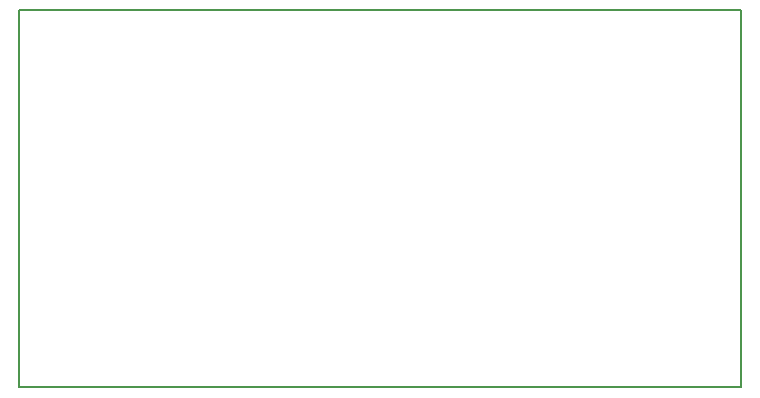
<source format=gbr>
G04 #@! TF.GenerationSoftware,KiCad,Pcbnew,(5.0.1)-rc2*
G04 #@! TF.CreationDate,2019-01-13T21:26:45-05:00*
G04 #@! TF.ProjectId,pot_board,706F745F626F6172642E6B696361645F,rev?*
G04 #@! TF.SameCoordinates,Original*
G04 #@! TF.FileFunction,Profile,NP*
%FSLAX46Y46*%
G04 Gerber Fmt 4.6, Leading zero omitted, Abs format (unit mm)*
G04 Created by KiCad (PCBNEW (5.0.1)-rc2) date 1/13/2019 9:26:45 PM*
%MOMM*%
%LPD*%
G01*
G04 APERTURE LIST*
%ADD10C,0.200000*%
G04 APERTURE END LIST*
D10*
X88773000Y-36855400D02*
X149885400Y-36855400D01*
X88773000Y-68783200D02*
X88773000Y-36855400D01*
X149885400Y-68783200D02*
X88773000Y-68783200D01*
X149885400Y-36855400D02*
X149885400Y-68783200D01*
M02*

</source>
